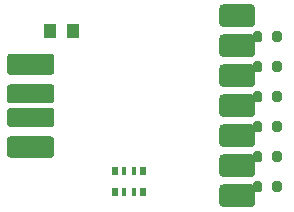
<source format=gbr>
%TF.GenerationSoftware,KiCad,Pcbnew,(5.1.9)-1*%
%TF.CreationDate,2022-11-25T13:08:51-06:00*%
%TF.ProjectId,pcb,7063622e-6b69-4636-9164-5f7063625858,rev?*%
%TF.SameCoordinates,Original*%
%TF.FileFunction,Paste,Bot*%
%TF.FilePolarity,Positive*%
%FSLAX46Y46*%
G04 Gerber Fmt 4.6, Leading zero omitted, Abs format (unit mm)*
G04 Created by KiCad (PCBNEW (5.1.9)-1) date 2022-11-25 13:08:51*
%MOMM*%
%LPD*%
G01*
G04 APERTURE LIST*
%ADD10R,0.500000X0.800000*%
%ADD11R,0.400000X0.800000*%
%ADD12R,1.000000X1.250000*%
G04 APERTURE END LIST*
%TO.C,P1*%
G36*
G01*
X129623600Y-97200000D02*
X133094400Y-97200000D01*
G75*
G02*
X133359000Y-97464600I0J-264600D01*
G01*
X133359000Y-98735400D01*
G75*
G02*
X133094400Y-99000000I-264600J0D01*
G01*
X129623600Y-99000000D01*
G75*
G02*
X129359000Y-98735400I0J264600D01*
G01*
X129359000Y-97464600D01*
G75*
G02*
X129623600Y-97200000I264600J0D01*
G01*
G37*
G36*
G01*
X129594200Y-99800000D02*
X133123800Y-99800000D01*
G75*
G02*
X133359000Y-100035200I0J-235200D01*
G01*
X133359000Y-101164800D01*
G75*
G02*
X133123800Y-101400000I-235200J0D01*
G01*
X129594200Y-101400000D01*
G75*
G02*
X129359000Y-101164800I0J235200D01*
G01*
X129359000Y-100035200D01*
G75*
G02*
X129594200Y-99800000I235200J0D01*
G01*
G37*
G36*
G01*
X129594200Y-101800000D02*
X133123800Y-101800000D01*
G75*
G02*
X133359000Y-102035200I0J-235200D01*
G01*
X133359000Y-103164800D01*
G75*
G02*
X133123800Y-103400000I-235200J0D01*
G01*
X129594200Y-103400000D01*
G75*
G02*
X129359000Y-103164800I0J235200D01*
G01*
X129359000Y-102035200D01*
G75*
G02*
X129594200Y-101800000I235200J0D01*
G01*
G37*
G36*
G01*
X129623600Y-104200000D02*
X133094400Y-104200000D01*
G75*
G02*
X133359000Y-104464600I0J-264600D01*
G01*
X133359000Y-105735400D01*
G75*
G02*
X133094400Y-106000000I-264600J0D01*
G01*
X129623600Y-106000000D01*
G75*
G02*
X129359000Y-105735400I0J264600D01*
G01*
X129359000Y-104464600D01*
G75*
G02*
X129623600Y-104200000I264600J0D01*
G01*
G37*
%TD*%
%TO.C,RN2*%
G36*
G01*
X147623300Y-93030000D02*
X150064700Y-93030000D01*
G75*
G02*
X150344000Y-93309300I0J-279300D01*
G01*
X150344000Y-94650700D01*
G75*
G02*
X150064700Y-94930000I-279300J0D01*
G01*
X147623300Y-94930000D01*
G75*
G02*
X147344000Y-94650700I0J279300D01*
G01*
X147344000Y-93309300D01*
G75*
G02*
X147623300Y-93030000I279300J0D01*
G01*
G37*
G36*
G01*
X147623300Y-95570000D02*
X150064700Y-95570000D01*
G75*
G02*
X150344000Y-95849300I0J-279300D01*
G01*
X150344000Y-97190700D01*
G75*
G02*
X150064700Y-97470000I-279300J0D01*
G01*
X147623300Y-97470000D01*
G75*
G02*
X147344000Y-97190700I0J279300D01*
G01*
X147344000Y-95849300D01*
G75*
G02*
X147623300Y-95570000I279300J0D01*
G01*
G37*
G36*
G01*
X147623300Y-98110000D02*
X150064700Y-98110000D01*
G75*
G02*
X150344000Y-98389300I0J-279300D01*
G01*
X150344000Y-99730700D01*
G75*
G02*
X150064700Y-100010000I-279300J0D01*
G01*
X147623300Y-100010000D01*
G75*
G02*
X147344000Y-99730700I0J279300D01*
G01*
X147344000Y-98389300D01*
G75*
G02*
X147623300Y-98110000I279300J0D01*
G01*
G37*
G36*
G01*
X147623300Y-100650000D02*
X150064700Y-100650000D01*
G75*
G02*
X150344000Y-100929300I0J-279300D01*
G01*
X150344000Y-102270700D01*
G75*
G02*
X150064700Y-102550000I-279300J0D01*
G01*
X147623300Y-102550000D01*
G75*
G02*
X147344000Y-102270700I0J279300D01*
G01*
X147344000Y-100929300D01*
G75*
G02*
X147623300Y-100650000I279300J0D01*
G01*
G37*
G36*
G01*
X147623300Y-103190000D02*
X150064700Y-103190000D01*
G75*
G02*
X150344000Y-103469300I0J-279300D01*
G01*
X150344000Y-104810700D01*
G75*
G02*
X150064700Y-105090000I-279300J0D01*
G01*
X147623300Y-105090000D01*
G75*
G02*
X147344000Y-104810700I0J279300D01*
G01*
X147344000Y-103469300D01*
G75*
G02*
X147623300Y-103190000I279300J0D01*
G01*
G37*
G36*
G01*
X147623300Y-105730000D02*
X150064700Y-105730000D01*
G75*
G02*
X150344000Y-106009300I0J-279300D01*
G01*
X150344000Y-107350700D01*
G75*
G02*
X150064700Y-107630000I-279300J0D01*
G01*
X147623300Y-107630000D01*
G75*
G02*
X147344000Y-107350700I0J279300D01*
G01*
X147344000Y-106009300D01*
G75*
G02*
X147623300Y-105730000I279300J0D01*
G01*
G37*
G36*
G01*
X147623300Y-108270000D02*
X150064700Y-108270000D01*
G75*
G02*
X150344000Y-108549300I0J-279300D01*
G01*
X150344000Y-109890700D01*
G75*
G02*
X150064700Y-110170000I-279300J0D01*
G01*
X147623300Y-110170000D01*
G75*
G02*
X147344000Y-109890700I0J279300D01*
G01*
X147344000Y-108549300D01*
G75*
G02*
X147623300Y-108270000I279300J0D01*
G01*
G37*
%TD*%
D10*
%TO.C,RN3*%
X140900000Y-108913500D03*
D11*
X139300000Y-108913500D03*
X140100000Y-108913500D03*
D10*
X138500000Y-108913500D03*
D11*
X140100000Y-107113500D03*
D10*
X140900000Y-107113500D03*
D11*
X139300000Y-107113500D03*
D10*
X138500000Y-107113500D03*
%TD*%
D12*
%TO.C,C1*%
X132985000Y-95250000D03*
X134985000Y-95250000D03*
%TD*%
%TO.C,R7*%
G36*
G01*
X152609000Y-95483000D02*
X152609000Y-96033000D01*
G75*
G02*
X152409000Y-96233000I-200000J0D01*
G01*
X152009000Y-96233000D01*
G75*
G02*
X151809000Y-96033000I0J200000D01*
G01*
X151809000Y-95483000D01*
G75*
G02*
X152009000Y-95283000I200000J0D01*
G01*
X152409000Y-95283000D01*
G75*
G02*
X152609000Y-95483000I0J-200000D01*
G01*
G37*
G36*
G01*
X150959000Y-95483000D02*
X150959000Y-96033000D01*
G75*
G02*
X150759000Y-96233000I-200000J0D01*
G01*
X150359000Y-96233000D01*
G75*
G02*
X150159000Y-96033000I0J200000D01*
G01*
X150159000Y-95483000D01*
G75*
G02*
X150359000Y-95283000I200000J0D01*
G01*
X150759000Y-95283000D01*
G75*
G02*
X150959000Y-95483000I0J-200000D01*
G01*
G37*
%TD*%
%TO.C,R8*%
G36*
G01*
X150959000Y-98023000D02*
X150959000Y-98573000D01*
G75*
G02*
X150759000Y-98773000I-200000J0D01*
G01*
X150359000Y-98773000D01*
G75*
G02*
X150159000Y-98573000I0J200000D01*
G01*
X150159000Y-98023000D01*
G75*
G02*
X150359000Y-97823000I200000J0D01*
G01*
X150759000Y-97823000D01*
G75*
G02*
X150959000Y-98023000I0J-200000D01*
G01*
G37*
G36*
G01*
X152609000Y-98023000D02*
X152609000Y-98573000D01*
G75*
G02*
X152409000Y-98773000I-200000J0D01*
G01*
X152009000Y-98773000D01*
G75*
G02*
X151809000Y-98573000I0J200000D01*
G01*
X151809000Y-98023000D01*
G75*
G02*
X152009000Y-97823000I200000J0D01*
G01*
X152409000Y-97823000D01*
G75*
G02*
X152609000Y-98023000I0J-200000D01*
G01*
G37*
%TD*%
%TO.C,R9*%
G36*
G01*
X152609000Y-100563000D02*
X152609000Y-101113000D01*
G75*
G02*
X152409000Y-101313000I-200000J0D01*
G01*
X152009000Y-101313000D01*
G75*
G02*
X151809000Y-101113000I0J200000D01*
G01*
X151809000Y-100563000D01*
G75*
G02*
X152009000Y-100363000I200000J0D01*
G01*
X152409000Y-100363000D01*
G75*
G02*
X152609000Y-100563000I0J-200000D01*
G01*
G37*
G36*
G01*
X150959000Y-100563000D02*
X150959000Y-101113000D01*
G75*
G02*
X150759000Y-101313000I-200000J0D01*
G01*
X150359000Y-101313000D01*
G75*
G02*
X150159000Y-101113000I0J200000D01*
G01*
X150159000Y-100563000D01*
G75*
G02*
X150359000Y-100363000I200000J0D01*
G01*
X150759000Y-100363000D01*
G75*
G02*
X150959000Y-100563000I0J-200000D01*
G01*
G37*
%TD*%
%TO.C,R10*%
G36*
G01*
X150959000Y-103103000D02*
X150959000Y-103653000D01*
G75*
G02*
X150759000Y-103853000I-200000J0D01*
G01*
X150359000Y-103853000D01*
G75*
G02*
X150159000Y-103653000I0J200000D01*
G01*
X150159000Y-103103000D01*
G75*
G02*
X150359000Y-102903000I200000J0D01*
G01*
X150759000Y-102903000D01*
G75*
G02*
X150959000Y-103103000I0J-200000D01*
G01*
G37*
G36*
G01*
X152609000Y-103103000D02*
X152609000Y-103653000D01*
G75*
G02*
X152409000Y-103853000I-200000J0D01*
G01*
X152009000Y-103853000D01*
G75*
G02*
X151809000Y-103653000I0J200000D01*
G01*
X151809000Y-103103000D01*
G75*
G02*
X152009000Y-102903000I200000J0D01*
G01*
X152409000Y-102903000D01*
G75*
G02*
X152609000Y-103103000I0J-200000D01*
G01*
G37*
%TD*%
%TO.C,R11*%
G36*
G01*
X152609000Y-105643000D02*
X152609000Y-106193000D01*
G75*
G02*
X152409000Y-106393000I-200000J0D01*
G01*
X152009000Y-106393000D01*
G75*
G02*
X151809000Y-106193000I0J200000D01*
G01*
X151809000Y-105643000D01*
G75*
G02*
X152009000Y-105443000I200000J0D01*
G01*
X152409000Y-105443000D01*
G75*
G02*
X152609000Y-105643000I0J-200000D01*
G01*
G37*
G36*
G01*
X150959000Y-105643000D02*
X150959000Y-106193000D01*
G75*
G02*
X150759000Y-106393000I-200000J0D01*
G01*
X150359000Y-106393000D01*
G75*
G02*
X150159000Y-106193000I0J200000D01*
G01*
X150159000Y-105643000D01*
G75*
G02*
X150359000Y-105443000I200000J0D01*
G01*
X150759000Y-105443000D01*
G75*
G02*
X150959000Y-105643000I0J-200000D01*
G01*
G37*
%TD*%
%TO.C,R12*%
G36*
G01*
X150959000Y-108183000D02*
X150959000Y-108733000D01*
G75*
G02*
X150759000Y-108933000I-200000J0D01*
G01*
X150359000Y-108933000D01*
G75*
G02*
X150159000Y-108733000I0J200000D01*
G01*
X150159000Y-108183000D01*
G75*
G02*
X150359000Y-107983000I200000J0D01*
G01*
X150759000Y-107983000D01*
G75*
G02*
X150959000Y-108183000I0J-200000D01*
G01*
G37*
G36*
G01*
X152609000Y-108183000D02*
X152609000Y-108733000D01*
G75*
G02*
X152409000Y-108933000I-200000J0D01*
G01*
X152009000Y-108933000D01*
G75*
G02*
X151809000Y-108733000I0J200000D01*
G01*
X151809000Y-108183000D01*
G75*
G02*
X152009000Y-107983000I200000J0D01*
G01*
X152409000Y-107983000D01*
G75*
G02*
X152609000Y-108183000I0J-200000D01*
G01*
G37*
%TD*%
M02*

</source>
